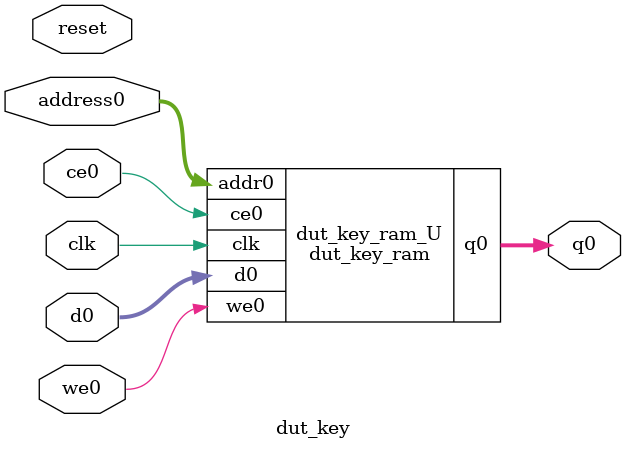
<source format=v>
`timescale 1 ns / 1 ps
module dut_key_ram (addr0, ce0, d0, we0, q0,  clk);

parameter DWIDTH = 7;
parameter AWIDTH = 6;
parameter MEM_SIZE = 56;

input[AWIDTH-1:0] addr0;
input ce0;
input[DWIDTH-1:0] d0;
input we0;
output reg[DWIDTH-1:0] q0;
input clk;

(* ram_style = "distributed" *)reg [DWIDTH-1:0] ram[0:MEM_SIZE-1];




always @(posedge clk)  
begin 
    if (ce0) begin
        if (we0) 
            ram[addr0] <= d0; 
        q0 <= ram[addr0];
    end
end


endmodule

`timescale 1 ns / 1 ps
module dut_key(
    reset,
    clk,
    address0,
    ce0,
    we0,
    d0,
    q0);

parameter DataWidth = 32'd7;
parameter AddressRange = 32'd56;
parameter AddressWidth = 32'd6;
input reset;
input clk;
input[AddressWidth - 1:0] address0;
input ce0;
input we0;
input[DataWidth - 1:0] d0;
output[DataWidth - 1:0] q0;



dut_key_ram dut_key_ram_U(
    .clk( clk ),
    .addr0( address0 ),
    .ce0( ce0 ),
    .we0( we0 ),
    .d0( d0 ),
    .q0( q0 ));

endmodule


</source>
